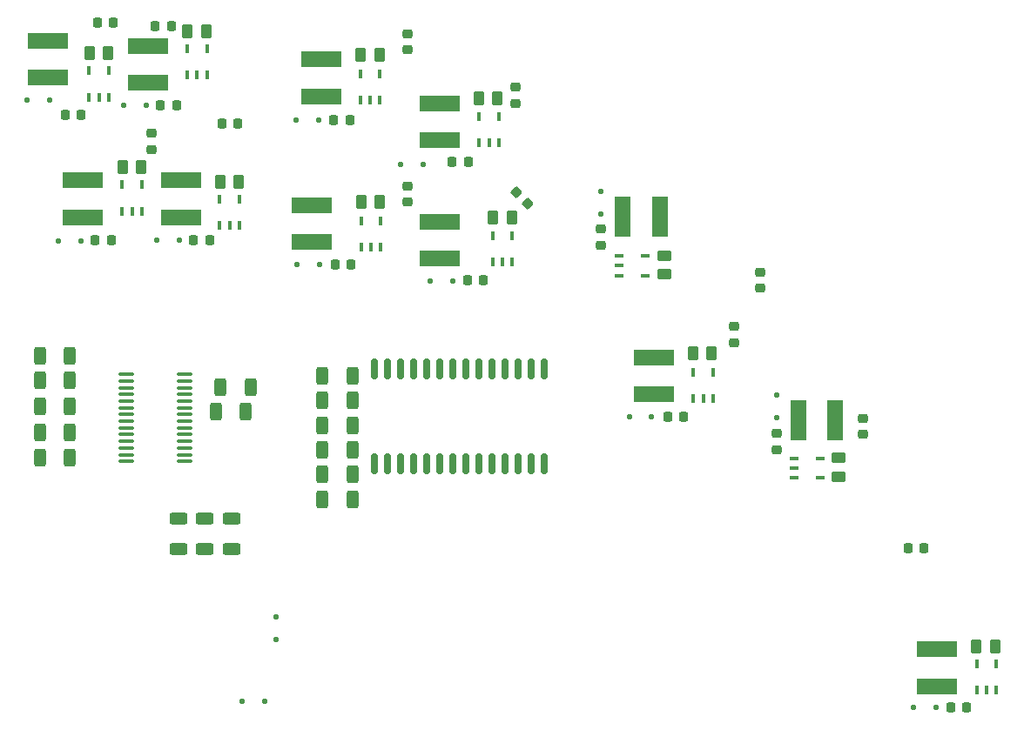
<source format=gbr>
%TF.GenerationSoftware,KiCad,Pcbnew,9.0.0*%
%TF.CreationDate,2025-12-15T13:56:06-05:00*%
%TF.ProjectId,LightDisc,4c696768-7444-4697-9363-2e6b69636164,rev?*%
%TF.SameCoordinates,Original*%
%TF.FileFunction,Paste,Top*%
%TF.FilePolarity,Positive*%
%FSLAX46Y46*%
G04 Gerber Fmt 4.6, Leading zero omitted, Abs format (unit mm)*
G04 Created by KiCad (PCBNEW 9.0.0) date 2025-12-15 13:56:06*
%MOMM*%
%LPD*%
G01*
G04 APERTURE LIST*
G04 Aperture macros list*
%AMRoundRect*
0 Rectangle with rounded corners*
0 $1 Rounding radius*
0 $2 $3 $4 $5 $6 $7 $8 $9 X,Y pos of 4 corners*
0 Add a 4 corners polygon primitive as box body*
4,1,4,$2,$3,$4,$5,$6,$7,$8,$9,$2,$3,0*
0 Add four circle primitives for the rounded corners*
1,1,$1+$1,$2,$3*
1,1,$1+$1,$4,$5*
1,1,$1+$1,$6,$7*
1,1,$1+$1,$8,$9*
0 Add four rect primitives between the rounded corners*
20,1,$1+$1,$2,$3,$4,$5,0*
20,1,$1+$1,$4,$5,$6,$7,0*
20,1,$1+$1,$6,$7,$8,$9,0*
20,1,$1+$1,$8,$9,$2,$3,0*%
G04 Aperture macros list end*
%ADD10RoundRect,0.125000X-0.125000X0.125000X-0.125000X-0.125000X0.125000X-0.125000X0.125000X0.125000X0*%
%ADD11R,1.498600X3.987800*%
%ADD12RoundRect,0.125000X0.125000X-0.125000X0.125000X0.125000X-0.125000X0.125000X-0.125000X-0.125000X0*%
%ADD13R,0.952500X0.457200*%
%ADD14RoundRect,0.250000X-0.450000X0.262500X-0.450000X-0.262500X0.450000X-0.262500X0.450000X0.262500X0*%
%ADD15RoundRect,0.225000X0.250000X-0.225000X0.250000X0.225000X-0.250000X0.225000X-0.250000X-0.225000X0*%
%ADD16RoundRect,0.225000X-0.250000X0.225000X-0.250000X-0.225000X0.250000X-0.225000X0.250000X0.225000X0*%
%ADD17RoundRect,0.225000X-0.225000X-0.250000X0.225000X-0.250000X0.225000X0.250000X-0.225000X0.250000X0*%
%ADD18RoundRect,0.225000X-0.335876X-0.017678X-0.017678X-0.335876X0.335876X0.017678X0.017678X0.335876X0*%
%ADD19RoundRect,0.250000X-0.262500X-0.450000X0.262500X-0.450000X0.262500X0.450000X-0.262500X0.450000X0*%
%ADD20R,3.987800X1.498600*%
%ADD21R,0.457200X0.952500*%
%ADD22RoundRect,0.250000X-0.312500X-0.625000X0.312500X-0.625000X0.312500X0.625000X-0.312500X0.625000X0*%
%ADD23RoundRect,0.250000X-0.625000X0.312500X-0.625000X-0.312500X0.625000X-0.312500X0.625000X0.312500X0*%
%ADD24RoundRect,0.100000X-0.637500X-0.100000X0.637500X-0.100000X0.637500X0.100000X-0.637500X0.100000X0*%
%ADD25RoundRect,0.125000X-0.125000X-0.125000X0.125000X-0.125000X0.125000X0.125000X-0.125000X0.125000X0*%
%ADD26RoundRect,0.125000X0.125000X0.125000X-0.125000X0.125000X-0.125000X-0.125000X0.125000X-0.125000X0*%
%ADD27RoundRect,0.250000X0.312500X0.625000X-0.312500X0.625000X-0.312500X-0.625000X0.312500X-0.625000X0*%
%ADD28RoundRect,0.150000X-0.150000X0.875000X-0.150000X-0.875000X0.150000X-0.875000X0.150000X0.875000X0*%
%ADD29RoundRect,0.225000X0.225000X0.250000X-0.225000X0.250000X-0.225000X-0.250000X0.225000X-0.250000X0*%
G04 APERTURE END LIST*
D10*
%TO.C,D14*%
X146750000Y-84800000D03*
X146750000Y-87000000D03*
%TD*%
D11*
%TO.C,L9*%
X180454812Y-45800000D03*
X184061612Y-45800000D03*
%TD*%
D12*
%TO.C,D9*%
X178258212Y-43400000D03*
X178258212Y-45600000D03*
%TD*%
D13*
%TO.C,U16*%
X182634562Y-49649999D03*
X182634562Y-51550001D03*
X180081862Y-51550001D03*
X180081862Y-50600000D03*
X180081862Y-49649999D03*
%TD*%
D14*
%TO.C,R16*%
X184458212Y-51412500D03*
X184458212Y-49587500D03*
%TD*%
D15*
%TO.C,C25*%
X178258212Y-47025000D03*
X178258212Y-48575000D03*
%TD*%
D14*
%TO.C,R18*%
X201396600Y-69275000D03*
X201396600Y-71100000D03*
%TD*%
D11*
%TO.C,L11*%
X201100000Y-65600000D03*
X197493200Y-65600000D03*
%TD*%
D13*
%TO.C,U18*%
X197120250Y-69349999D03*
X197120250Y-70300000D03*
X197120250Y-71250001D03*
X199672950Y-71250001D03*
X199672950Y-69349999D03*
%TD*%
D12*
%TO.C,D11*%
X195396600Y-65400000D03*
X195396600Y-63200000D03*
%TD*%
D16*
%TO.C,C31*%
X203750000Y-65475000D03*
X203750000Y-67025000D03*
%TD*%
D17*
%TO.C,C32*%
X208145000Y-78100000D03*
X209695000Y-78100000D03*
%TD*%
D16*
%TO.C,C23*%
X159500000Y-42825000D03*
X159500000Y-44375000D03*
%TD*%
%TO.C,C30*%
X191250000Y-56525000D03*
X191250000Y-58075000D03*
%TD*%
%TO.C,C21*%
X159500000Y-28025000D03*
X159500000Y-29575000D03*
%TD*%
%TO.C,C22*%
X170000000Y-33225000D03*
X170000000Y-34775000D03*
%TD*%
%TO.C,C29*%
X193800000Y-51200000D03*
X193800000Y-52750000D03*
%TD*%
D17*
%TO.C,C14*%
X134975000Y-27250000D03*
X136525000Y-27250000D03*
%TD*%
D18*
%TO.C,C24*%
X170051992Y-43451992D03*
X171148008Y-44548008D03*
%TD*%
D17*
%TO.C,C13*%
X129345000Y-26900000D03*
X130895000Y-26900000D03*
%TD*%
D16*
%TO.C,C15*%
X134600000Y-37725000D03*
X134600000Y-39275000D03*
%TD*%
D17*
%TO.C,C16*%
X141475000Y-36750000D03*
X143025000Y-36750000D03*
%TD*%
D19*
%TO.C,R17*%
X187237499Y-59119424D03*
X189062499Y-59119424D03*
%TD*%
D20*
%TO.C,L6*%
X162625000Y-34768200D03*
X162625000Y-38375000D03*
%TD*%
D21*
%TO.C,U14*%
X154993649Y-48752700D03*
X155943650Y-48752700D03*
X156893651Y-48752700D03*
X156893651Y-46200000D03*
X154993649Y-46200000D03*
%TD*%
D20*
%TO.C,L4*%
X137487500Y-42296600D03*
X137487500Y-45903400D03*
%TD*%
D22*
%TO.C,R28*%
X140837500Y-64800000D03*
X143762500Y-64800000D03*
%TD*%
D23*
%TO.C,R20*%
X137200000Y-75200000D03*
X137200000Y-78125000D03*
%TD*%
D20*
%TO.C,L8*%
X162600000Y-46296600D03*
X162600000Y-49903400D03*
%TD*%
D24*
%TO.C,U2*%
X132137500Y-61175000D03*
X132137500Y-61825000D03*
X132137500Y-62475000D03*
X132137500Y-63125000D03*
X132137500Y-63775000D03*
X132137500Y-64425000D03*
X132137500Y-65075000D03*
X132137500Y-65725000D03*
X132137500Y-66375000D03*
X132137500Y-67025000D03*
X132137500Y-67675000D03*
X132137500Y-68325000D03*
X132137500Y-68975000D03*
X132137500Y-69625000D03*
X137862500Y-69625000D03*
X137862500Y-68975000D03*
X137862500Y-68325000D03*
X137862500Y-67675000D03*
X137862500Y-67025000D03*
X137862500Y-66375000D03*
X137862500Y-65725000D03*
X137862500Y-65075000D03*
X137862500Y-64425000D03*
X137862500Y-63775000D03*
X137862500Y-63125000D03*
X137862500Y-62475000D03*
X137862500Y-61825000D03*
X137862500Y-61175000D03*
%TD*%
D25*
%TO.C,D13*%
X143400000Y-93000000D03*
X145600000Y-93000000D03*
%TD*%
D21*
%TO.C,U9*%
X138099998Y-32052700D03*
X139049999Y-32052700D03*
X140000000Y-32052700D03*
X140000000Y-29500000D03*
X138099998Y-29500000D03*
%TD*%
D19*
%TO.C,R9*%
X141275000Y-42400000D03*
X143100000Y-42400000D03*
%TD*%
D26*
%TO.C,D6*%
X127712500Y-48200000D03*
X125512500Y-48200000D03*
%TD*%
D27*
%TO.C,R27*%
X126662500Y-59375000D03*
X123737500Y-59375000D03*
%TD*%
D20*
%TO.C,L10*%
X183449999Y-59516024D03*
X183449999Y-63122824D03*
%TD*%
D27*
%TO.C,R5*%
X154162500Y-63700000D03*
X151237500Y-63700000D03*
%TD*%
D20*
%TO.C,L3*%
X127912500Y-42296600D03*
X127912500Y-45903400D03*
%TD*%
D23*
%TO.C,R15*%
X139800000Y-75237500D03*
X139800000Y-78162500D03*
%TD*%
D27*
%TO.C,R24*%
X126662500Y-66775000D03*
X123737500Y-66775000D03*
%TD*%
D26*
%TO.C,D1*%
X150903400Y-36403400D03*
X148703400Y-36403400D03*
%TD*%
%TO.C,D4*%
X163903400Y-52100000D03*
X161703400Y-52100000D03*
%TD*%
D19*
%TO.C,R14*%
X167840899Y-45900000D03*
X169665899Y-45900000D03*
%TD*%
D23*
%TO.C,R10*%
X142400000Y-75237500D03*
X142400000Y-78162500D03*
%TD*%
D22*
%TO.C,R22*%
X141337500Y-62400000D03*
X144262500Y-62400000D03*
%TD*%
D27*
%TO.C,R23*%
X126662500Y-69275000D03*
X123737500Y-69275000D03*
%TD*%
D21*
%TO.C,U13*%
X166471599Y-38647950D03*
X167421600Y-38647950D03*
X168371601Y-38647950D03*
X168371601Y-36095250D03*
X166471599Y-36095250D03*
%TD*%
D27*
%TO.C,R25*%
X126662500Y-64275000D03*
X123737500Y-64275000D03*
%TD*%
D21*
%TO.C,U11*%
X141237499Y-46676350D03*
X142187500Y-46676350D03*
X143137501Y-46676350D03*
X143137501Y-44123650D03*
X141237499Y-44123650D03*
%TD*%
%TO.C,U12*%
X154903398Y-34456100D03*
X155853399Y-34456100D03*
X156803400Y-34456100D03*
X156803400Y-31903400D03*
X154903398Y-31903400D03*
%TD*%
D19*
%TO.C,R7*%
X138087500Y-27750000D03*
X139912500Y-27750000D03*
%TD*%
D26*
%TO.C,D3*%
X150920000Y-50500000D03*
X148720000Y-50500000D03*
%TD*%
D27*
%TO.C,R1*%
X154162500Y-61300000D03*
X151237500Y-61300000D03*
%TD*%
D26*
%TO.C,D10*%
X183249999Y-65319424D03*
X181049999Y-65319424D03*
%TD*%
D21*
%TO.C,U15*%
X167803398Y-50200000D03*
X168753399Y-50200000D03*
X169703400Y-50200000D03*
X169703400Y-47647300D03*
X167803398Y-47647300D03*
%TD*%
D20*
%TO.C,L7*%
X150200000Y-44696600D03*
X150200000Y-48303400D03*
%TD*%
D27*
%TO.C,R4*%
X154162500Y-68500000D03*
X151237500Y-68500000D03*
%TD*%
D26*
%TO.C,D2*%
X161000000Y-40700000D03*
X158800000Y-40700000D03*
%TD*%
%TO.C,D8*%
X124700000Y-34500000D03*
X122500000Y-34500000D03*
%TD*%
D20*
%TO.C,L5*%
X151100000Y-30500000D03*
X151100000Y-34106800D03*
%TD*%
D19*
%TO.C,R11*%
X154940899Y-30103400D03*
X156765899Y-30103400D03*
%TD*%
%TO.C,R13*%
X155007500Y-44400000D03*
X156832500Y-44400000D03*
%TD*%
%TO.C,R12*%
X166403400Y-34271600D03*
X168228400Y-34271600D03*
%TD*%
D27*
%TO.C,R26*%
X126662500Y-61775000D03*
X123737500Y-61775000D03*
%TD*%
%TO.C,R3*%
X154162500Y-73300000D03*
X151237500Y-73300000D03*
%TD*%
D19*
%TO.C,R19*%
X214787500Y-87603400D03*
X216612500Y-87603400D03*
%TD*%
D21*
%TO.C,U17*%
X187299998Y-63495774D03*
X188249999Y-63495774D03*
X189200000Y-63495774D03*
X189200000Y-60943074D03*
X187299998Y-60943074D03*
%TD*%
D26*
%TO.C,D7*%
X134100000Y-35000000D03*
X131900000Y-35000000D03*
%TD*%
D21*
%TO.C,U19*%
X214849999Y-91879750D03*
X215800000Y-91879750D03*
X216750001Y-91879750D03*
X216750001Y-89327050D03*
X214849999Y-89327050D03*
%TD*%
D27*
%TO.C,R21*%
X154162500Y-66100000D03*
X151237500Y-66100000D03*
%TD*%
D21*
%TO.C,U10*%
X131762499Y-45276350D03*
X132712500Y-45276350D03*
X133662501Y-45276350D03*
X133662501Y-42723650D03*
X131762499Y-42723650D03*
%TD*%
D26*
%TO.C,D5*%
X137287500Y-48100000D03*
X135087500Y-48100000D03*
%TD*%
D19*
%TO.C,R8*%
X131800000Y-41000000D03*
X133625000Y-41000000D03*
%TD*%
D28*
%TO.C,U4*%
X172800000Y-60600000D03*
X171530000Y-60600000D03*
X170260000Y-60600000D03*
X168990000Y-60600000D03*
X167720000Y-60600000D03*
X166450000Y-60600000D03*
X165180000Y-60600000D03*
X163910000Y-60600000D03*
X162640000Y-60600000D03*
X161370000Y-60600000D03*
X160100000Y-60600000D03*
X158830000Y-60600000D03*
X157560000Y-60600000D03*
X156290000Y-60600000D03*
X156290000Y-69900000D03*
X157560000Y-69900000D03*
X158830000Y-69900000D03*
X160100000Y-69900000D03*
X161370000Y-69900000D03*
X162640000Y-69900000D03*
X163910000Y-69900000D03*
X165180000Y-69900000D03*
X166450000Y-69900000D03*
X167720000Y-69900000D03*
X168990000Y-69900000D03*
X170260000Y-69900000D03*
X171530000Y-69900000D03*
X172800000Y-69900000D03*
%TD*%
D21*
%TO.C,U8*%
X128549999Y-34176350D03*
X129500000Y-34176350D03*
X130450001Y-34176350D03*
X130450001Y-31623650D03*
X128549999Y-31623650D03*
%TD*%
D19*
%TO.C,R6*%
X128587500Y-29900000D03*
X130412500Y-29900000D03*
%TD*%
D26*
%TO.C,D12*%
X210900000Y-93603400D03*
X208700000Y-93603400D03*
%TD*%
D20*
%TO.C,L1*%
X124500000Y-28696600D03*
X124500000Y-32303400D03*
%TD*%
%TO.C,L2*%
X134250000Y-29196600D03*
X134250000Y-32803400D03*
%TD*%
D27*
%TO.C,R2*%
X154162500Y-70900000D03*
X151237500Y-70900000D03*
%TD*%
D20*
%TO.C,L12*%
X211000000Y-87900000D03*
X211000000Y-91506800D03*
%TD*%
D29*
%TO.C,C19*%
X153995000Y-50500000D03*
X152445000Y-50500000D03*
%TD*%
%TO.C,C10*%
X137025000Y-35000000D03*
X135475000Y-35000000D03*
%TD*%
D15*
%TO.C,C27*%
X195396600Y-68475000D03*
X195396600Y-66925000D03*
%TD*%
D29*
%TO.C,C9*%
X127775000Y-35900000D03*
X126225000Y-35900000D03*
%TD*%
%TO.C,C11*%
X130687500Y-48100000D03*
X129137500Y-48100000D03*
%TD*%
%TO.C,C17*%
X153878400Y-36403400D03*
X152328400Y-36403400D03*
%TD*%
%TO.C,C18*%
X165400000Y-40471600D03*
X163850000Y-40471600D03*
%TD*%
%TO.C,C28*%
X213875000Y-93603400D03*
X212325000Y-93603400D03*
%TD*%
%TO.C,C20*%
X166878400Y-52000000D03*
X165328400Y-52000000D03*
%TD*%
%TO.C,C12*%
X140262500Y-48100000D03*
X138712500Y-48100000D03*
%TD*%
%TO.C,C26*%
X186324999Y-65319424D03*
X184774999Y-65319424D03*
%TD*%
M02*

</source>
